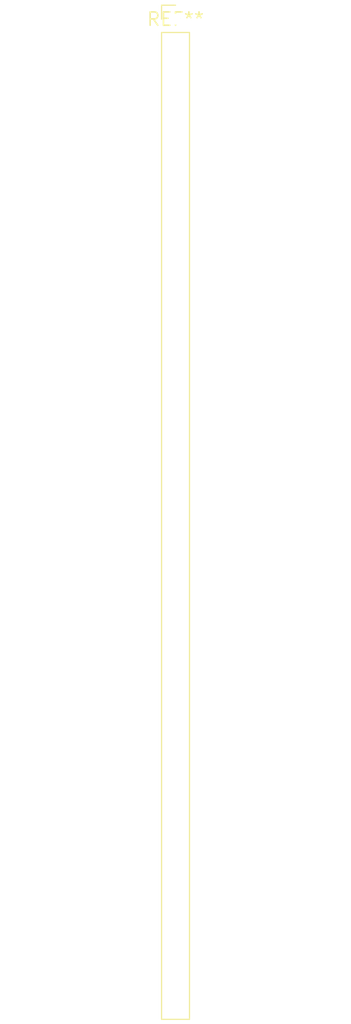
<source format=kicad_pcb>
(kicad_pcb (version 20240108) (generator pcbnew)
  (layers (0 "F.Cu" signal) (31 "B.Cu" signal) (34 "B.Paste" user) (35 "F.Paste" user) (36 "B.SilkS" user "B.Silkscreen") (37 "F.SilkS" user "F.Silkscreen") (38 "B.Mask" user) (39 "F.Mask" user) (44 "Edge.Cuts" user))
  (net 0 "")
  (footprint "PinHeader_1x38_P2.54mm_Vertical" (layer "F.Cu") (at 0 0)
    (property "Reference" "REF**")
    (property "Value" "PinHeader_1x38_P2.54mm_Vertical")
    (fp_line (start -1.33 -1.33) (end 0 -1.33) (layer "F.SilkS") (stroke (width 0.12)))
    (fp_line (start -1.33 0) (end -1.33 -1.33) (layer "F.SilkS") (stroke (width 0.12)))
    (fp_line (start -1.33 1.27) (end -1.33 95.31) (layer "F.SilkS") (stroke (width 0.12)))
    (fp_line (start -1.33 1.27) (end 1.33 1.27) (layer "F.SilkS") (stroke (width 0.12)))
    (fp_line (start -1.33 95.31) (end 1.33 95.31) (layer "F.SilkS") (stroke (width 0.12)))
    (fp_line (start 1.33 1.27) (end 1.33 95.31) (layer "F.SilkS") (stroke (width 0.12)))
    (pad "1" thru_hole rect (at 0 0) (size 1.7 1.7) (drill 1) (layers *.Cu *.Mask) (remove_unused_layers))
    (pad "2" thru_hole oval (at 0 2.54) (size 1.7 1.7) (drill 1) (layers *.Cu *.Mask) (remove_unused_layers))
    (pad "3" thru_hole oval (at 0 5.08) (size 1.7 1.7) (drill 1) (layers *.Cu *.Mask) (remove_unused_layers))
    (pad "4" thru_hole oval (at 0 7.62) (size 1.7 1.7) (drill 1) (layers *.Cu *.Mask) (remove_unused_layers))
    (pad "5" thru_hole oval (at 0 10.16) (size 1.7 1.7) (drill 1) (layers *.Cu *.Mask) (remove_unused_layers))
    (pad "6" thru_hole oval (at 0 12.7) (size 1.7 1.7) (drill 1) (layers *.Cu *.Mask) (remove_unused_layers))
    (pad "7" thru_hole oval (at 0 15.24) (size 1.7 1.7) (drill 1) (layers *.Cu *.Mask) (remove_unused_layers))
    (pad "8" thru_hole oval (at 0 17.78) (size 1.7 1.7) (drill 1) (layers *.Cu *.Mask) (remove_unused_layers))
    (pad "9" thru_hole oval (at 0 20.32) (size 1.7 1.7) (drill 1) (layers *.Cu *.Mask) (remove_unused_layers))
    (pad "10" thru_hole oval (at 0 22.86) (size 1.7 1.7) (drill 1) (layers *.Cu *.Mask) (remove_unused_layers))
    (pad "11" thru_hole oval (at 0 25.4) (size 1.7 1.7) (drill 1) (layers *.Cu *.Mask) (remove_unused_layers))
    (pad "12" thru_hole oval (at 0 27.94) (size 1.7 1.7) (drill 1) (layers *.Cu *.Mask) (remove_unused_layers))
    (pad "13" thru_hole oval (at 0 30.48) (size 1.7 1.7) (drill 1) (layers *.Cu *.Mask) (remove_unused_layers))
    (pad "14" thru_hole oval (at 0 33.02) (size 1.7 1.7) (drill 1) (layers *.Cu *.Mask) (remove_unused_layers))
    (pad "15" thru_hole oval (at 0 35.56) (size 1.7 1.7) (drill 1) (layers *.Cu *.Mask) (remove_unused_layers))
    (pad "16" thru_hole oval (at 0 38.1) (size 1.7 1.7) (drill 1) (layers *.Cu *.Mask) (remove_unused_layers))
    (pad "17" thru_hole oval (at 0 40.64) (size 1.7 1.7) (drill 1) (layers *.Cu *.Mask) (remove_unused_layers))
    (pad "18" thru_hole oval (at 0 43.18) (size 1.7 1.7) (drill 1) (layers *.Cu *.Mask) (remove_unused_layers))
    (pad "19" thru_hole oval (at 0 45.72) (size 1.7 1.7) (drill 1) (layers *.Cu *.Mask) (remove_unused_layers))
    (pad "20" thru_hole oval (at 0 48.26) (size 1.7 1.7) (drill 1) (layers *.Cu *.Mask) (remove_unused_layers))
    (pad "21" thru_hole oval (at 0 50.8) (size 1.7 1.7) (drill 1) (layers *.Cu *.Mask) (remove_unused_layers))
    (pad "22" thru_hole oval (at 0 53.34) (size 1.7 1.7) (drill 1) (layers *.Cu *.Mask) (remove_unused_layers))
    (pad "23" thru_hole oval (at 0 55.88) (size 1.7 1.7) (drill 1) (layers *.Cu *.Mask) (remove_unused_layers))
    (pad "24" thru_hole oval (at 0 58.42) (size 1.7 1.7) (drill 1) (layers *.Cu *.Mask) (remove_unused_layers))
    (pad "25" thru_hole oval (at 0 60.96) (size 1.7 1.7) (drill 1) (layers *.Cu *.Mask) (remove_unused_layers))
    (pad "26" thru_hole oval (at 0 63.5) (size 1.7 1.7) (drill 1) (layers *.Cu *.Mask) (remove_unused_layers))
    (pad "27" thru_hole oval (at 0 66.04) (size 1.7 1.7) (drill 1) (layers *.Cu *.Mask) (remove_unused_layers))
    (pad "28" thru_hole oval (at 0 68.58) (size 1.7 1.7) (drill 1) (layers *.Cu *.Mask) (remove_unused_layers))
    (pad "29" thru_hole oval (at 0 71.12) (size 1.7 1.7) (drill 1) (layers *.Cu *.Mask) (remove_unused_layers))
    (pad "30" thru_hole oval (at 0 73.66) (size 1.7 1.7) (drill 1) (layers *.Cu *.Mask) (remove_unused_layers))
    (pad "31" thru_hole oval (at 0 76.2) (size 1.7 1.7) (drill 1) (layers *.Cu *.Mask) (remove_unused_layers))
    (pad "32" thru_hole oval (at 0 78.74) (size 1.7 1.7) (drill 1) (layers *.Cu *.Mask) (remove_unused_layers))
    (pad "33" thru_hole oval (at 0 81.28) (size 1.7 1.7) (drill 1) (layers *.Cu *.Mask) (remove_unused_layers))
    (pad "34" thru_hole oval (at 0 83.82) (size 1.7 1.7) (drill 1) (layers *.Cu *.Mask) (remove_unused_layers))
    (pad "35" thru_hole oval (at 0 86.36) (size 1.7 1.7) (drill 1) (layers *.Cu *.Mask) (remove_unused_layers))
    (pad "36" thru_hole oval (at 0 88.9) (size 1.7 1.7) (drill 1) (layers *.Cu *.Mask) (remove_unused_layers))
    (pad "37" thru_hole oval (at 0 91.44) (size 1.7 1.7) (drill 1) (layers *.Cu *.Mask) (remove_unused_layers))
    (pad "38" thru_hole oval (at 0 93.98) (size 1.7 1.7) (drill 1) (layers *.Cu *.Mask) (remove_unused_layers))
  )
)
</source>
